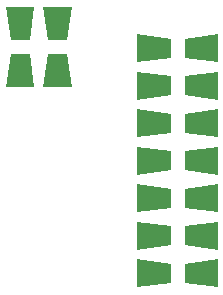
<source format=gtp>
G04 #@! TF.GenerationSoftware,KiCad,Pcbnew,(5.1.6)-1*
G04 #@! TF.CreationDate,2023-11-11T21:49:05+01:00*
G04 #@! TF.ProjectId,15khzvgatester,31356b68-7a76-4676-9174-65737465722e,rev?*
G04 #@! TF.SameCoordinates,Original*
G04 #@! TF.FileFunction,Paste,Top*
G04 #@! TF.FilePolarity,Positive*
%FSLAX46Y46*%
G04 Gerber Fmt 4.6, Leading zero omitted, Abs format (unit mm)*
G04 Created by KiCad (PCBNEW (5.1.6)-1) date 2023-11-11 21:49:05*
%MOMM*%
%LPD*%
G01*
G04 APERTURE LIST*
%ADD10C,0.100000*%
G04 APERTURE END LIST*
D10*
G36*
X154699480Y-110299880D02*
G01*
X154699480Y-107902120D01*
X157498560Y-108300900D01*
X157498560Y-109901100D01*
X154699480Y-110299880D01*
G37*
G36*
X161496520Y-107902120D02*
G01*
X161496520Y-110299880D01*
X158697440Y-109901100D01*
X158697440Y-108300900D01*
X161496520Y-107902120D01*
G37*
G36*
X154699480Y-119824880D02*
G01*
X154699480Y-117427120D01*
X157498560Y-117825900D01*
X157498560Y-119426100D01*
X154699480Y-119824880D01*
G37*
G36*
X161496520Y-117427120D02*
G01*
X161496520Y-119824880D01*
X158697440Y-119426100D01*
X158697440Y-117825900D01*
X161496520Y-117427120D01*
G37*
G36*
X149136880Y-102895780D02*
G01*
X146739120Y-102895780D01*
X147137900Y-100096700D01*
X148738100Y-100096700D01*
X149136880Y-102895780D01*
G37*
G36*
X146739120Y-96098740D02*
G01*
X149136880Y-96098740D01*
X148738100Y-98897820D01*
X147137900Y-98897820D01*
X146739120Y-96098740D01*
G37*
G36*
X143564120Y-96098740D02*
G01*
X145961880Y-96098740D01*
X145563100Y-98897820D01*
X143962900Y-98897820D01*
X143564120Y-96098740D01*
G37*
G36*
X145961880Y-102895780D02*
G01*
X143564120Y-102895780D01*
X143962900Y-100096700D01*
X145563100Y-100096700D01*
X145961880Y-102895780D01*
G37*
G36*
X154699480Y-113474880D02*
G01*
X154699480Y-111077120D01*
X157498560Y-111475900D01*
X157498560Y-113076100D01*
X154699480Y-113474880D01*
G37*
G36*
X161496520Y-111077120D02*
G01*
X161496520Y-113474880D01*
X158697440Y-113076100D01*
X158697440Y-111475900D01*
X161496520Y-111077120D01*
G37*
G36*
X154699480Y-116649880D02*
G01*
X154699480Y-114252120D01*
X157498560Y-114650900D01*
X157498560Y-116251100D01*
X154699480Y-116649880D01*
G37*
G36*
X161496520Y-114252120D02*
G01*
X161496520Y-116649880D01*
X158697440Y-116251100D01*
X158697440Y-114650900D01*
X161496520Y-114252120D01*
G37*
G36*
X161496520Y-104727120D02*
G01*
X161496520Y-107124880D01*
X158697440Y-106726100D01*
X158697440Y-105125900D01*
X161496520Y-104727120D01*
G37*
G36*
X154699480Y-107124880D02*
G01*
X154699480Y-104727120D01*
X157498560Y-105125900D01*
X157498560Y-106726100D01*
X154699480Y-107124880D01*
G37*
G36*
X161496520Y-101552120D02*
G01*
X161496520Y-103949880D01*
X158697440Y-103551100D01*
X158697440Y-101950900D01*
X161496520Y-101552120D01*
G37*
G36*
X154699480Y-103949880D02*
G01*
X154699480Y-101552120D01*
X157498560Y-101950900D01*
X157498560Y-103551100D01*
X154699480Y-103949880D01*
G37*
G36*
X161496520Y-98377120D02*
G01*
X161496520Y-100774880D01*
X158697440Y-100376100D01*
X158697440Y-98775900D01*
X161496520Y-98377120D01*
G37*
G36*
X154699480Y-100774880D02*
G01*
X154699480Y-98377120D01*
X157498560Y-98775900D01*
X157498560Y-100376100D01*
X154699480Y-100774880D01*
G37*
M02*

</source>
